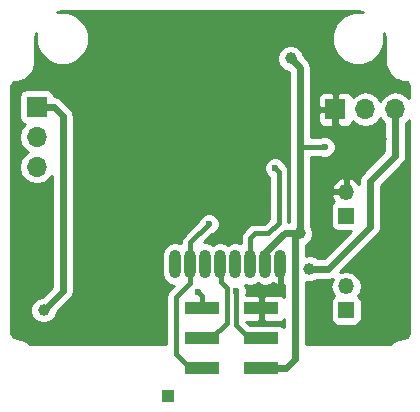
<source format=gbl>
G04 #@! TF.FileFunction,Copper,L2,Bot,Signal*
%FSLAX46Y46*%
G04 Gerber Fmt 4.6, Leading zero omitted, Abs format (unit mm)*
G04 Created by KiCad (PCBNEW 4.0.4-stable) date Friday, October 13, 2017 'PMt' 10:51:30 PM*
%MOMM*%
%LPD*%
G01*
G04 APERTURE LIST*
%ADD10C,0.100000*%
%ADD11R,3.000000X1.000000*%
%ADD12R,1.350000X1.350000*%
%ADD13O,1.350000X1.350000*%
%ADD14R,1.700000X1.700000*%
%ADD15O,1.700000X1.700000*%
%ADD16O,1.000000X2.400000*%
%ADD17R,1.000000X1.000000*%
%ADD18C,0.600000*%
%ADD19C,1.000000*%
%ADD20C,0.600000*%
%ADD21C,0.400000*%
%ADD22C,0.250000*%
G04 APERTURE END LIST*
D10*
D11*
X91820000Y-90940000D03*
X86780000Y-90940000D03*
X91820000Y-88400000D03*
X86780000Y-88400000D03*
X91820000Y-85860000D03*
X86780000Y-85860000D03*
D12*
X99000000Y-86000000D03*
D13*
X99000000Y-84000000D03*
D12*
X99000000Y-78000000D03*
D13*
X99000000Y-76000000D03*
D14*
X98100000Y-69000000D03*
D15*
X100640000Y-69000000D03*
X103180000Y-69000000D03*
D14*
X72800000Y-68800000D03*
D15*
X72800000Y-71340000D03*
X72800000Y-73880000D03*
D16*
X88365000Y-82100000D03*
X89635000Y-82100000D03*
X87095000Y-82100000D03*
X90905000Y-82100000D03*
X92175000Y-82100000D03*
X85825000Y-82100000D03*
X93445000Y-82100000D03*
X84555000Y-82100000D03*
D17*
X83900000Y-93300000D03*
D18*
X97200000Y-72200000D03*
D19*
X94300000Y-64700000D03*
X95100000Y-79500000D03*
X97000000Y-66000000D03*
X96000000Y-63000000D03*
X80000000Y-62000000D03*
X82000000Y-62000000D03*
X80000000Y-65500000D03*
X82000000Y-65500000D03*
X73000000Y-78000000D03*
X79000000Y-78000000D03*
X77000000Y-78000000D03*
X77000000Y-76000000D03*
X79000000Y-76000000D03*
X103000000Y-85000000D03*
X103000000Y-82000000D03*
X103000000Y-79000000D03*
X103000000Y-76000000D03*
X102000000Y-71500000D03*
D18*
X85800000Y-63800000D03*
D19*
X88400000Y-61600000D03*
D18*
X96200000Y-75400000D03*
X80300000Y-74500000D03*
X77700000Y-71900000D03*
D19*
X73400000Y-86000000D03*
D18*
X87400000Y-78700000D03*
X89700000Y-84400000D03*
D19*
X95900000Y-82500000D03*
D18*
X93000000Y-74000000D03*
X86500000Y-84500000D03*
D20*
X95100000Y-79500000D02*
X95100000Y-72200000D01*
X95100000Y-72200000D02*
X95100000Y-65500000D01*
D21*
X97200000Y-72200000D02*
X95100000Y-72200000D01*
D20*
X91820000Y-90940000D02*
X93920000Y-90940000D01*
X93920000Y-90940000D02*
X94700000Y-90160000D01*
X94700000Y-90160000D02*
X94700000Y-79600000D01*
X94700000Y-79600000D02*
X94600000Y-79500000D01*
X95100000Y-79500000D02*
X94600000Y-79500000D01*
X94600000Y-79500000D02*
X93789962Y-79500000D01*
X95100000Y-65500000D02*
X94300000Y-64700000D01*
X93789962Y-79500000D02*
X92175000Y-81114962D01*
X92175000Y-81114962D02*
X92175000Y-82700000D01*
X96000000Y-63000000D02*
X96000000Y-65000000D01*
X96000000Y-65000000D02*
X97000000Y-66000000D01*
X82000000Y-65500000D02*
X82000000Y-62000000D01*
X82000000Y-65500000D02*
X80000000Y-65500000D01*
X77000000Y-78000000D02*
X79000000Y-78000000D01*
X79000000Y-76000000D02*
X77000000Y-76000000D01*
X103000000Y-82000000D02*
X103000000Y-85000000D01*
X103000000Y-76000000D02*
X103000000Y-79000000D01*
X98100000Y-69000000D02*
X98100000Y-70300000D01*
X98100000Y-70300000D02*
X99300000Y-71500000D01*
X99300000Y-71500000D02*
X102000000Y-71500000D01*
X73400000Y-86000000D02*
X75000000Y-84400000D01*
X75000000Y-84400000D02*
X75000000Y-69550000D01*
X75000000Y-69550000D02*
X74250000Y-68800000D01*
X74250000Y-68800000D02*
X72800000Y-68800000D01*
D21*
X86780000Y-90940000D02*
X85780000Y-90940000D01*
X85780000Y-90940000D02*
X84600000Y-89760000D01*
X84600000Y-89760000D02*
X84600000Y-84900000D01*
X84600000Y-84900000D02*
X85825000Y-83675000D01*
X85825000Y-83675000D02*
X85825000Y-82700000D01*
X85825000Y-80275000D02*
X87400000Y-78700000D01*
X85825000Y-80275000D02*
X85825000Y-82700000D01*
X91820000Y-88400000D02*
X90820000Y-88400000D01*
X90820000Y-88400000D02*
X89700000Y-87280000D01*
X89700000Y-87280000D02*
X89700000Y-86460002D01*
X89700000Y-86460002D02*
X89700000Y-84400000D01*
X86780000Y-88400000D02*
X87600000Y-88400000D01*
X87600000Y-88400000D02*
X88900000Y-87100000D01*
X88900000Y-87100000D02*
X88900000Y-84100000D01*
X88900000Y-84100000D02*
X88400000Y-83600000D01*
X88400000Y-83600000D02*
X88400000Y-82735000D01*
X88400000Y-82735000D02*
X88365000Y-82700000D01*
D20*
X100600000Y-69040000D02*
X100640000Y-69000000D01*
X95900000Y-82500000D02*
X97500000Y-82500000D01*
X97500000Y-82500000D02*
X101000000Y-79000000D01*
X101000000Y-79000000D02*
X101000000Y-75100000D01*
X101000000Y-75100000D02*
X103180000Y-72920000D01*
X103180000Y-72920000D02*
X103180000Y-69000000D01*
D21*
X93000000Y-74000000D02*
X93300000Y-74300000D01*
X93300000Y-74300000D02*
X93300000Y-78600000D01*
X93300000Y-78600000D02*
X92400000Y-79500000D01*
X92400000Y-79500000D02*
X91300000Y-79500000D01*
X91300000Y-79500000D02*
X90905000Y-79895000D01*
X90905000Y-79895000D02*
X90905000Y-82700000D01*
X86780000Y-85860000D02*
X86780000Y-84780000D01*
X86780000Y-84780000D02*
X86500000Y-84500000D01*
D22*
G36*
X104325000Y-87933520D02*
X104288044Y-88119312D01*
X104220459Y-88220459D01*
X104119311Y-88288044D01*
X103868315Y-88337970D01*
X103485632Y-88414090D01*
X103485631Y-88414090D01*
X103384844Y-88455837D01*
X103242308Y-88514877D01*
X103242307Y-88514878D01*
X102917883Y-88731651D01*
X102774533Y-88875000D01*
X95625000Y-88875000D01*
X95625000Y-83603942D01*
X95675242Y-83624804D01*
X96122795Y-83625195D01*
X96536429Y-83454285D01*
X96565765Y-83425000D01*
X97500000Y-83425000D01*
X97853983Y-83354589D01*
X97887122Y-83332446D01*
X97773488Y-83502512D01*
X97674531Y-84000000D01*
X97773488Y-84497488D01*
X97978946Y-84804979D01*
X97880668Y-84868219D01*
X97737962Y-85077076D01*
X97687756Y-85325000D01*
X97687756Y-86675000D01*
X97731337Y-86906611D01*
X97868219Y-87119332D01*
X98077076Y-87262038D01*
X98325000Y-87312244D01*
X99675000Y-87312244D01*
X99906611Y-87268663D01*
X100119332Y-87131781D01*
X100262038Y-86922924D01*
X100312244Y-86675000D01*
X100312244Y-85325000D01*
X100268663Y-85093389D01*
X100131781Y-84880668D01*
X100021039Y-84805001D01*
X100226512Y-84497488D01*
X100325469Y-84000000D01*
X100226512Y-83502512D01*
X99944708Y-83080761D01*
X99522957Y-82798957D01*
X99025469Y-82700000D01*
X98974531Y-82700000D01*
X98517173Y-82790975D01*
X101654071Y-79654076D01*
X101654074Y-79654074D01*
X101854589Y-79353982D01*
X101925000Y-79000000D01*
X101925000Y-75483148D01*
X103834071Y-73574076D01*
X103834074Y-73574074D01*
X104034589Y-73273982D01*
X104046067Y-73216280D01*
X104105001Y-72920000D01*
X104105000Y-72919995D01*
X104105000Y-70150713D01*
X104222983Y-70071880D01*
X104325000Y-69919200D01*
X104325000Y-87933520D01*
X104325000Y-87933520D01*
G37*
X104325000Y-87933520D02*
X104288044Y-88119312D01*
X104220459Y-88220459D01*
X104119311Y-88288044D01*
X103868315Y-88337970D01*
X103485632Y-88414090D01*
X103485631Y-88414090D01*
X103384844Y-88455837D01*
X103242308Y-88514877D01*
X103242307Y-88514878D01*
X102917883Y-88731651D01*
X102774533Y-88875000D01*
X95625000Y-88875000D01*
X95625000Y-83603942D01*
X95675242Y-83624804D01*
X96122795Y-83625195D01*
X96536429Y-83454285D01*
X96565765Y-83425000D01*
X97500000Y-83425000D01*
X97853983Y-83354589D01*
X97887122Y-83332446D01*
X97773488Y-83502512D01*
X97674531Y-84000000D01*
X97773488Y-84497488D01*
X97978946Y-84804979D01*
X97880668Y-84868219D01*
X97737962Y-85077076D01*
X97687756Y-85325000D01*
X97687756Y-86675000D01*
X97731337Y-86906611D01*
X97868219Y-87119332D01*
X98077076Y-87262038D01*
X98325000Y-87312244D01*
X99675000Y-87312244D01*
X99906611Y-87268663D01*
X100119332Y-87131781D01*
X100262038Y-86922924D01*
X100312244Y-86675000D01*
X100312244Y-85325000D01*
X100268663Y-85093389D01*
X100131781Y-84880668D01*
X100021039Y-84805001D01*
X100226512Y-84497488D01*
X100325469Y-84000000D01*
X100226512Y-83502512D01*
X99944708Y-83080761D01*
X99522957Y-82798957D01*
X99025469Y-82700000D01*
X98974531Y-82700000D01*
X98517173Y-82790975D01*
X101654071Y-79654076D01*
X101654074Y-79654074D01*
X101854589Y-79353982D01*
X101925000Y-79000000D01*
X101925000Y-75483148D01*
X103834071Y-73574076D01*
X103834074Y-73574074D01*
X104034589Y-73273982D01*
X104046067Y-73216280D01*
X104105001Y-72920000D01*
X104105000Y-72919995D01*
X104105000Y-70150713D01*
X104222983Y-70071880D01*
X104325000Y-69919200D01*
X104325000Y-87933520D01*
G36*
X100438172Y-60775381D02*
X99559362Y-60774615D01*
X98741285Y-61112637D01*
X98114837Y-61737993D01*
X97775387Y-62555479D01*
X97774615Y-63440638D01*
X98112637Y-64258715D01*
X98737993Y-64885163D01*
X99555479Y-65224613D01*
X100440638Y-65225385D01*
X101258715Y-64887363D01*
X101885163Y-64262007D01*
X102224613Y-63444521D01*
X102225380Y-62565655D01*
X102325000Y-63066481D01*
X102325000Y-65000000D01*
X102337970Y-65065205D01*
X102337970Y-65131685D01*
X102414090Y-65514368D01*
X102414090Y-65514369D01*
X102428381Y-65548871D01*
X102514877Y-65757692D01*
X102514878Y-65757693D01*
X102731649Y-66082113D01*
X102731651Y-66082118D01*
X102917883Y-66268349D01*
X103242307Y-66485122D01*
X103242308Y-66485123D01*
X103384844Y-66544163D01*
X103485631Y-66585910D01*
X103485632Y-66585910D01*
X103868315Y-66662030D01*
X104119311Y-66711956D01*
X104220459Y-66779541D01*
X104288044Y-66880688D01*
X104325000Y-67066480D01*
X104325000Y-68080800D01*
X104222983Y-67928120D01*
X103744458Y-67608381D01*
X103180000Y-67496103D01*
X102615542Y-67608381D01*
X102137017Y-67928120D01*
X101910000Y-68267876D01*
X101682983Y-67928120D01*
X101204458Y-67608381D01*
X100640000Y-67496103D01*
X100075542Y-67608381D01*
X99597017Y-67928120D01*
X99558479Y-67985796D01*
X99479850Y-67795966D01*
X99304034Y-67620151D01*
X99074320Y-67525000D01*
X98381250Y-67525000D01*
X98225000Y-67681250D01*
X98225000Y-68875000D01*
X98245000Y-68875000D01*
X98245000Y-69125000D01*
X98225000Y-69125000D01*
X98225000Y-70318750D01*
X98381250Y-70475000D01*
X99074320Y-70475000D01*
X99304034Y-70379849D01*
X99479850Y-70204034D01*
X99558479Y-70014204D01*
X99597017Y-70071880D01*
X100075542Y-70391619D01*
X100640000Y-70503897D01*
X101204458Y-70391619D01*
X101682983Y-70071880D01*
X101910000Y-69732124D01*
X102137017Y-70071880D01*
X102255000Y-70150713D01*
X102255000Y-72536853D01*
X100345926Y-74445926D01*
X100145411Y-74746017D01*
X100110211Y-74922983D01*
X100075000Y-75100000D01*
X100075000Y-75289720D01*
X99782686Y-74962007D01*
X99325885Y-74741498D01*
X99125000Y-74862263D01*
X99125000Y-75875000D01*
X99145000Y-75875000D01*
X99145000Y-76125000D01*
X99125000Y-76125000D01*
X99125000Y-76145000D01*
X98875000Y-76145000D01*
X98875000Y-76125000D01*
X97863101Y-76125000D01*
X97741509Y-76325883D01*
X97879670Y-76659460D01*
X97998339Y-76792500D01*
X97880668Y-76868219D01*
X97737962Y-77077076D01*
X97687756Y-77325000D01*
X97687756Y-78675000D01*
X97731337Y-78906611D01*
X97868219Y-79119332D01*
X98077076Y-79262038D01*
X98325000Y-79312244D01*
X99379609Y-79312244D01*
X97116852Y-81575000D01*
X96566216Y-81575000D01*
X96538093Y-81546828D01*
X96124758Y-81375196D01*
X95677205Y-81374805D01*
X95625000Y-81396376D01*
X95625000Y-80500327D01*
X95736429Y-80454285D01*
X96053172Y-80138093D01*
X96224804Y-79724758D01*
X96225195Y-79277205D01*
X96054285Y-78863571D01*
X96025000Y-78834235D01*
X96025000Y-75674117D01*
X97741509Y-75674117D01*
X97863101Y-75875000D01*
X98875000Y-75875000D01*
X98875000Y-74862263D01*
X98674115Y-74741498D01*
X98217314Y-74962007D01*
X97879670Y-75340540D01*
X97741509Y-75674117D01*
X96025000Y-75674117D01*
X96025000Y-73025000D01*
X96774759Y-73025000D01*
X97015199Y-73124839D01*
X97383187Y-73125160D01*
X97723286Y-72984634D01*
X97983720Y-72724655D01*
X98124839Y-72384801D01*
X98125160Y-72016813D01*
X97984634Y-71676714D01*
X97724655Y-71416280D01*
X97384801Y-71275161D01*
X97016813Y-71274840D01*
X96774407Y-71375000D01*
X96025000Y-71375000D01*
X96025000Y-69281250D01*
X96625000Y-69281250D01*
X96625000Y-69974320D01*
X96720150Y-70204034D01*
X96895966Y-70379849D01*
X97125680Y-70475000D01*
X97818750Y-70475000D01*
X97975000Y-70318750D01*
X97975000Y-69125000D01*
X96781250Y-69125000D01*
X96625000Y-69281250D01*
X96025000Y-69281250D01*
X96025000Y-68025680D01*
X96625000Y-68025680D01*
X96625000Y-68718750D01*
X96781250Y-68875000D01*
X97975000Y-68875000D01*
X97975000Y-67681250D01*
X97818750Y-67525000D01*
X97125680Y-67525000D01*
X96895966Y-67620151D01*
X96720150Y-67795966D01*
X96625000Y-68025680D01*
X96025000Y-68025680D01*
X96025000Y-65500000D01*
X95954589Y-65146018D01*
X95754074Y-64845926D01*
X95425160Y-64517012D01*
X95425195Y-64477205D01*
X95254285Y-64063571D01*
X94938093Y-63746828D01*
X94524758Y-63575196D01*
X94077205Y-63574805D01*
X93663571Y-63745715D01*
X93346828Y-64061907D01*
X93175196Y-64475242D01*
X93174805Y-64922795D01*
X93345715Y-65336429D01*
X93661907Y-65653172D01*
X94075242Y-65824804D01*
X94116692Y-65824840D01*
X94175000Y-65883148D01*
X94175000Y-78575000D01*
X94125000Y-78575000D01*
X94125000Y-74300000D01*
X94062201Y-73984286D01*
X93884425Y-73718226D01*
X93784634Y-73476714D01*
X93524655Y-73216280D01*
X93184801Y-73075161D01*
X92816813Y-73074840D01*
X92476714Y-73215366D01*
X92216280Y-73475345D01*
X92075161Y-73815199D01*
X92074840Y-74183187D01*
X92215366Y-74523286D01*
X92475000Y-74783374D01*
X92475000Y-78258274D01*
X92058274Y-78675000D01*
X91300000Y-78675000D01*
X90984286Y-78737799D01*
X90716637Y-78916637D01*
X90321637Y-79311637D01*
X90142799Y-79579286D01*
X90080000Y-79895000D01*
X90080000Y-80334558D01*
X90065519Y-80324882D01*
X89635000Y-80239246D01*
X89204481Y-80324882D01*
X89000000Y-80461512D01*
X88795519Y-80324882D01*
X88365000Y-80239246D01*
X87934481Y-80324882D01*
X87730000Y-80461512D01*
X87525519Y-80324882D01*
X87095000Y-80239246D01*
X87010714Y-80256012D01*
X87682673Y-79584053D01*
X87923286Y-79484634D01*
X88183720Y-79224655D01*
X88324839Y-78884801D01*
X88325160Y-78516813D01*
X88184634Y-78176714D01*
X87924655Y-77916280D01*
X87584801Y-77775161D01*
X87216813Y-77774840D01*
X86876714Y-77915366D01*
X86616280Y-78175345D01*
X86515697Y-78417577D01*
X85241637Y-79691637D01*
X85062799Y-79959286D01*
X85000000Y-80275000D01*
X85000000Y-80334558D01*
X84985519Y-80324882D01*
X84555000Y-80239246D01*
X84124481Y-80324882D01*
X83759505Y-80568751D01*
X83515636Y-80933727D01*
X83430000Y-81364246D01*
X83430000Y-82835754D01*
X83515636Y-83266273D01*
X83759505Y-83631249D01*
X84124481Y-83875118D01*
X84402796Y-83930478D01*
X84016637Y-84316637D01*
X83837799Y-84584286D01*
X83775000Y-84900000D01*
X83775000Y-88875000D01*
X72225466Y-88875000D01*
X72082118Y-88731651D01*
X72082113Y-88731649D01*
X71757693Y-88514878D01*
X71757692Y-88514877D01*
X71615156Y-88455837D01*
X71514369Y-88414090D01*
X71514368Y-88414090D01*
X71131685Y-88337970D01*
X70880688Y-88288044D01*
X70779541Y-88220459D01*
X70711956Y-88119311D01*
X70675000Y-87933520D01*
X70675000Y-71340000D01*
X71296103Y-71340000D01*
X71408381Y-71904458D01*
X71728120Y-72382983D01*
X72067876Y-72610000D01*
X71728120Y-72837017D01*
X71408381Y-73315542D01*
X71296103Y-73880000D01*
X71408381Y-74444458D01*
X71728120Y-74922983D01*
X72206645Y-75242722D01*
X72771103Y-75355000D01*
X72828897Y-75355000D01*
X73393355Y-75242722D01*
X73871880Y-74922983D01*
X74075000Y-74618991D01*
X74075000Y-84016852D01*
X73217012Y-84874840D01*
X73177205Y-84874805D01*
X72763571Y-85045715D01*
X72446828Y-85361907D01*
X72275196Y-85775242D01*
X72274805Y-86222795D01*
X72445715Y-86636429D01*
X72761907Y-86953172D01*
X73175242Y-87124804D01*
X73622795Y-87125195D01*
X74036429Y-86954285D01*
X74353172Y-86638093D01*
X74524804Y-86224758D01*
X74524840Y-86183308D01*
X75654074Y-85054074D01*
X75854589Y-84753982D01*
X75925001Y-84400000D01*
X75925000Y-84399995D01*
X75925000Y-69550000D01*
X75905919Y-69454074D01*
X75854589Y-69196017D01*
X75654074Y-68895926D01*
X74904074Y-68145926D01*
X74603983Y-67945411D01*
X74274031Y-67879780D01*
X74243663Y-67718389D01*
X74106781Y-67505668D01*
X73897924Y-67362962D01*
X73650000Y-67312756D01*
X71950000Y-67312756D01*
X71718389Y-67356337D01*
X71505668Y-67493219D01*
X71362962Y-67702076D01*
X71312756Y-67950000D01*
X71312756Y-69650000D01*
X71356337Y-69881611D01*
X71493219Y-70094332D01*
X71702076Y-70237038D01*
X71790950Y-70255035D01*
X71728120Y-70297017D01*
X71408381Y-70775542D01*
X71296103Y-71340000D01*
X70675000Y-71340000D01*
X70675000Y-67066480D01*
X70711956Y-66880689D01*
X70779541Y-66779541D01*
X70880688Y-66711956D01*
X71131685Y-66662030D01*
X71514368Y-66585910D01*
X71514369Y-66585910D01*
X71615156Y-66544163D01*
X71757692Y-66485123D01*
X71757693Y-66485122D01*
X72082113Y-66268351D01*
X72082118Y-66268349D01*
X72268349Y-66082117D01*
X72485122Y-65757693D01*
X72485123Y-65757692D01*
X72571619Y-65548871D01*
X72585910Y-65514369D01*
X72585910Y-65514368D01*
X72662030Y-65131685D01*
X72662030Y-65065205D01*
X72675000Y-65000000D01*
X72675000Y-63066481D01*
X72775381Y-62561828D01*
X72774615Y-63440638D01*
X73112637Y-64258715D01*
X73737993Y-64885163D01*
X74555479Y-65224613D01*
X75440638Y-65225385D01*
X76258715Y-64887363D01*
X76885163Y-64262007D01*
X77224613Y-63444521D01*
X77225385Y-62559362D01*
X76887363Y-61741285D01*
X76262007Y-61114837D01*
X75444521Y-60775387D01*
X74565655Y-60774620D01*
X75066481Y-60675000D01*
X99933519Y-60675000D01*
X100438172Y-60775381D01*
X100438172Y-60775381D01*
G37*
X100438172Y-60775381D02*
X99559362Y-60774615D01*
X98741285Y-61112637D01*
X98114837Y-61737993D01*
X97775387Y-62555479D01*
X97774615Y-63440638D01*
X98112637Y-64258715D01*
X98737993Y-64885163D01*
X99555479Y-65224613D01*
X100440638Y-65225385D01*
X101258715Y-64887363D01*
X101885163Y-64262007D01*
X102224613Y-63444521D01*
X102225380Y-62565655D01*
X102325000Y-63066481D01*
X102325000Y-65000000D01*
X102337970Y-65065205D01*
X102337970Y-65131685D01*
X102414090Y-65514368D01*
X102414090Y-65514369D01*
X102428381Y-65548871D01*
X102514877Y-65757692D01*
X102514878Y-65757693D01*
X102731649Y-66082113D01*
X102731651Y-66082118D01*
X102917883Y-66268349D01*
X103242307Y-66485122D01*
X103242308Y-66485123D01*
X103384844Y-66544163D01*
X103485631Y-66585910D01*
X103485632Y-66585910D01*
X103868315Y-66662030D01*
X104119311Y-66711956D01*
X104220459Y-66779541D01*
X104288044Y-66880688D01*
X104325000Y-67066480D01*
X104325000Y-68080800D01*
X104222983Y-67928120D01*
X103744458Y-67608381D01*
X103180000Y-67496103D01*
X102615542Y-67608381D01*
X102137017Y-67928120D01*
X101910000Y-68267876D01*
X101682983Y-67928120D01*
X101204458Y-67608381D01*
X100640000Y-67496103D01*
X100075542Y-67608381D01*
X99597017Y-67928120D01*
X99558479Y-67985796D01*
X99479850Y-67795966D01*
X99304034Y-67620151D01*
X99074320Y-67525000D01*
X98381250Y-67525000D01*
X98225000Y-67681250D01*
X98225000Y-68875000D01*
X98245000Y-68875000D01*
X98245000Y-69125000D01*
X98225000Y-69125000D01*
X98225000Y-70318750D01*
X98381250Y-70475000D01*
X99074320Y-70475000D01*
X99304034Y-70379849D01*
X99479850Y-70204034D01*
X99558479Y-70014204D01*
X99597017Y-70071880D01*
X100075542Y-70391619D01*
X100640000Y-70503897D01*
X101204458Y-70391619D01*
X101682983Y-70071880D01*
X101910000Y-69732124D01*
X102137017Y-70071880D01*
X102255000Y-70150713D01*
X102255000Y-72536853D01*
X100345926Y-74445926D01*
X100145411Y-74746017D01*
X100110211Y-74922983D01*
X100075000Y-75100000D01*
X100075000Y-75289720D01*
X99782686Y-74962007D01*
X99325885Y-74741498D01*
X99125000Y-74862263D01*
X99125000Y-75875000D01*
X99145000Y-75875000D01*
X99145000Y-76125000D01*
X99125000Y-76125000D01*
X99125000Y-76145000D01*
X98875000Y-76145000D01*
X98875000Y-76125000D01*
X97863101Y-76125000D01*
X97741509Y-76325883D01*
X97879670Y-76659460D01*
X97998339Y-76792500D01*
X97880668Y-76868219D01*
X97737962Y-77077076D01*
X97687756Y-77325000D01*
X97687756Y-78675000D01*
X97731337Y-78906611D01*
X97868219Y-79119332D01*
X98077076Y-79262038D01*
X98325000Y-79312244D01*
X99379609Y-79312244D01*
X97116852Y-81575000D01*
X96566216Y-81575000D01*
X96538093Y-81546828D01*
X96124758Y-81375196D01*
X95677205Y-81374805D01*
X95625000Y-81396376D01*
X95625000Y-80500327D01*
X95736429Y-80454285D01*
X96053172Y-80138093D01*
X96224804Y-79724758D01*
X96225195Y-79277205D01*
X96054285Y-78863571D01*
X96025000Y-78834235D01*
X96025000Y-75674117D01*
X97741509Y-75674117D01*
X97863101Y-75875000D01*
X98875000Y-75875000D01*
X98875000Y-74862263D01*
X98674115Y-74741498D01*
X98217314Y-74962007D01*
X97879670Y-75340540D01*
X97741509Y-75674117D01*
X96025000Y-75674117D01*
X96025000Y-73025000D01*
X96774759Y-73025000D01*
X97015199Y-73124839D01*
X97383187Y-73125160D01*
X97723286Y-72984634D01*
X97983720Y-72724655D01*
X98124839Y-72384801D01*
X98125160Y-72016813D01*
X97984634Y-71676714D01*
X97724655Y-71416280D01*
X97384801Y-71275161D01*
X97016813Y-71274840D01*
X96774407Y-71375000D01*
X96025000Y-71375000D01*
X96025000Y-69281250D01*
X96625000Y-69281250D01*
X96625000Y-69974320D01*
X96720150Y-70204034D01*
X96895966Y-70379849D01*
X97125680Y-70475000D01*
X97818750Y-70475000D01*
X97975000Y-70318750D01*
X97975000Y-69125000D01*
X96781250Y-69125000D01*
X96625000Y-69281250D01*
X96025000Y-69281250D01*
X96025000Y-68025680D01*
X96625000Y-68025680D01*
X96625000Y-68718750D01*
X96781250Y-68875000D01*
X97975000Y-68875000D01*
X97975000Y-67681250D01*
X97818750Y-67525000D01*
X97125680Y-67525000D01*
X96895966Y-67620151D01*
X96720150Y-67795966D01*
X96625000Y-68025680D01*
X96025000Y-68025680D01*
X96025000Y-65500000D01*
X95954589Y-65146018D01*
X95754074Y-64845926D01*
X95425160Y-64517012D01*
X95425195Y-64477205D01*
X95254285Y-64063571D01*
X94938093Y-63746828D01*
X94524758Y-63575196D01*
X94077205Y-63574805D01*
X93663571Y-63745715D01*
X93346828Y-64061907D01*
X93175196Y-64475242D01*
X93174805Y-64922795D01*
X93345715Y-65336429D01*
X93661907Y-65653172D01*
X94075242Y-65824804D01*
X94116692Y-65824840D01*
X94175000Y-65883148D01*
X94175000Y-78575000D01*
X94125000Y-78575000D01*
X94125000Y-74300000D01*
X94062201Y-73984286D01*
X93884425Y-73718226D01*
X93784634Y-73476714D01*
X93524655Y-73216280D01*
X93184801Y-73075161D01*
X92816813Y-73074840D01*
X92476714Y-73215366D01*
X92216280Y-73475345D01*
X92075161Y-73815199D01*
X92074840Y-74183187D01*
X92215366Y-74523286D01*
X92475000Y-74783374D01*
X92475000Y-78258274D01*
X92058274Y-78675000D01*
X91300000Y-78675000D01*
X90984286Y-78737799D01*
X90716637Y-78916637D01*
X90321637Y-79311637D01*
X90142799Y-79579286D01*
X90080000Y-79895000D01*
X90080000Y-80334558D01*
X90065519Y-80324882D01*
X89635000Y-80239246D01*
X89204481Y-80324882D01*
X89000000Y-80461512D01*
X88795519Y-80324882D01*
X88365000Y-80239246D01*
X87934481Y-80324882D01*
X87730000Y-80461512D01*
X87525519Y-80324882D01*
X87095000Y-80239246D01*
X87010714Y-80256012D01*
X87682673Y-79584053D01*
X87923286Y-79484634D01*
X88183720Y-79224655D01*
X88324839Y-78884801D01*
X88325160Y-78516813D01*
X88184634Y-78176714D01*
X87924655Y-77916280D01*
X87584801Y-77775161D01*
X87216813Y-77774840D01*
X86876714Y-77915366D01*
X86616280Y-78175345D01*
X86515697Y-78417577D01*
X85241637Y-79691637D01*
X85062799Y-79959286D01*
X85000000Y-80275000D01*
X85000000Y-80334558D01*
X84985519Y-80324882D01*
X84555000Y-80239246D01*
X84124481Y-80324882D01*
X83759505Y-80568751D01*
X83515636Y-80933727D01*
X83430000Y-81364246D01*
X83430000Y-82835754D01*
X83515636Y-83266273D01*
X83759505Y-83631249D01*
X84124481Y-83875118D01*
X84402796Y-83930478D01*
X84016637Y-84316637D01*
X83837799Y-84584286D01*
X83775000Y-84900000D01*
X83775000Y-88875000D01*
X72225466Y-88875000D01*
X72082118Y-88731651D01*
X72082113Y-88731649D01*
X71757693Y-88514878D01*
X71757692Y-88514877D01*
X71615156Y-88455837D01*
X71514369Y-88414090D01*
X71514368Y-88414090D01*
X71131685Y-88337970D01*
X70880688Y-88288044D01*
X70779541Y-88220459D01*
X70711956Y-88119311D01*
X70675000Y-87933520D01*
X70675000Y-71340000D01*
X71296103Y-71340000D01*
X71408381Y-71904458D01*
X71728120Y-72382983D01*
X72067876Y-72610000D01*
X71728120Y-72837017D01*
X71408381Y-73315542D01*
X71296103Y-73880000D01*
X71408381Y-74444458D01*
X71728120Y-74922983D01*
X72206645Y-75242722D01*
X72771103Y-75355000D01*
X72828897Y-75355000D01*
X73393355Y-75242722D01*
X73871880Y-74922983D01*
X74075000Y-74618991D01*
X74075000Y-84016852D01*
X73217012Y-84874840D01*
X73177205Y-84874805D01*
X72763571Y-85045715D01*
X72446828Y-85361907D01*
X72275196Y-85775242D01*
X72274805Y-86222795D01*
X72445715Y-86636429D01*
X72761907Y-86953172D01*
X73175242Y-87124804D01*
X73622795Y-87125195D01*
X74036429Y-86954285D01*
X74353172Y-86638093D01*
X74524804Y-86224758D01*
X74524840Y-86183308D01*
X75654074Y-85054074D01*
X75854589Y-84753982D01*
X75925001Y-84400000D01*
X75925000Y-84399995D01*
X75925000Y-69550000D01*
X75905919Y-69454074D01*
X75854589Y-69196017D01*
X75654074Y-68895926D01*
X74904074Y-68145926D01*
X74603983Y-67945411D01*
X74274031Y-67879780D01*
X74243663Y-67718389D01*
X74106781Y-67505668D01*
X73897924Y-67362962D01*
X73650000Y-67312756D01*
X71950000Y-67312756D01*
X71718389Y-67356337D01*
X71505668Y-67493219D01*
X71362962Y-67702076D01*
X71312756Y-67950000D01*
X71312756Y-69650000D01*
X71356337Y-69881611D01*
X71493219Y-70094332D01*
X71702076Y-70237038D01*
X71790950Y-70255035D01*
X71728120Y-70297017D01*
X71408381Y-70775542D01*
X71296103Y-71340000D01*
X70675000Y-71340000D01*
X70675000Y-67066480D01*
X70711956Y-66880689D01*
X70779541Y-66779541D01*
X70880688Y-66711956D01*
X71131685Y-66662030D01*
X71514368Y-66585910D01*
X71514369Y-66585910D01*
X71615156Y-66544163D01*
X71757692Y-66485123D01*
X71757693Y-66485122D01*
X72082113Y-66268351D01*
X72082118Y-66268349D01*
X72268349Y-66082117D01*
X72485122Y-65757693D01*
X72485123Y-65757692D01*
X72571619Y-65548871D01*
X72585910Y-65514369D01*
X72585910Y-65514368D01*
X72662030Y-65131685D01*
X72662030Y-65065205D01*
X72675000Y-65000000D01*
X72675000Y-63066481D01*
X72775381Y-62561828D01*
X72774615Y-63440638D01*
X73112637Y-64258715D01*
X73737993Y-64885163D01*
X74555479Y-65224613D01*
X75440638Y-65225385D01*
X76258715Y-64887363D01*
X76885163Y-64262007D01*
X77224613Y-63444521D01*
X77225385Y-62559362D01*
X76887363Y-61741285D01*
X76262007Y-61114837D01*
X75444521Y-60775387D01*
X74565655Y-60774620D01*
X75066481Y-60675000D01*
X99933519Y-60675000D01*
X100438172Y-60775381D01*
G36*
X93570000Y-81975000D02*
X93590000Y-81975000D01*
X93590000Y-82225000D01*
X93570000Y-82225000D01*
X93570000Y-83760652D01*
X93743360Y-83884715D01*
X93775000Y-83869169D01*
X93775000Y-84931117D01*
X93674034Y-84830150D01*
X93444320Y-84735000D01*
X92101250Y-84735000D01*
X91945000Y-84891250D01*
X91945000Y-85735000D01*
X91965000Y-85735000D01*
X91965000Y-85985000D01*
X91945000Y-85985000D01*
X91945000Y-86828750D01*
X92101250Y-86985000D01*
X93444320Y-86985000D01*
X93674034Y-86889850D01*
X93775000Y-86788883D01*
X93775000Y-87454451D01*
X93567924Y-87312962D01*
X93320000Y-87262756D01*
X90849482Y-87262756D01*
X90571726Y-86985000D01*
X91538750Y-86985000D01*
X91695000Y-86828750D01*
X91695000Y-85985000D01*
X91675000Y-85985000D01*
X91675000Y-85735000D01*
X91695000Y-85735000D01*
X91695000Y-84891250D01*
X91538750Y-84735000D01*
X90562471Y-84735000D01*
X90624839Y-84584801D01*
X90625160Y-84216813D01*
X90484825Y-83877175D01*
X90905000Y-83960754D01*
X91335519Y-83875118D01*
X91540000Y-83738488D01*
X91744481Y-83875118D01*
X92175000Y-83960754D01*
X92605519Y-83875118D01*
X92826538Y-83727438D01*
X93146640Y-83884715D01*
X93320000Y-83760652D01*
X93320000Y-82225000D01*
X93300000Y-82225000D01*
X93300000Y-81975000D01*
X93320000Y-81975000D01*
X93320000Y-81955000D01*
X93570000Y-81955000D01*
X93570000Y-81975000D01*
X93570000Y-81975000D01*
G37*
X93570000Y-81975000D02*
X93590000Y-81975000D01*
X93590000Y-82225000D01*
X93570000Y-82225000D01*
X93570000Y-83760652D01*
X93743360Y-83884715D01*
X93775000Y-83869169D01*
X93775000Y-84931117D01*
X93674034Y-84830150D01*
X93444320Y-84735000D01*
X92101250Y-84735000D01*
X91945000Y-84891250D01*
X91945000Y-85735000D01*
X91965000Y-85735000D01*
X91965000Y-85985000D01*
X91945000Y-85985000D01*
X91945000Y-86828750D01*
X92101250Y-86985000D01*
X93444320Y-86985000D01*
X93674034Y-86889850D01*
X93775000Y-86788883D01*
X93775000Y-87454451D01*
X93567924Y-87312962D01*
X93320000Y-87262756D01*
X90849482Y-87262756D01*
X90571726Y-86985000D01*
X91538750Y-86985000D01*
X91695000Y-86828750D01*
X91695000Y-85985000D01*
X91675000Y-85985000D01*
X91675000Y-85735000D01*
X91695000Y-85735000D01*
X91695000Y-84891250D01*
X91538750Y-84735000D01*
X90562471Y-84735000D01*
X90624839Y-84584801D01*
X90625160Y-84216813D01*
X90484825Y-83877175D01*
X90905000Y-83960754D01*
X91335519Y-83875118D01*
X91540000Y-83738488D01*
X91744481Y-83875118D01*
X92175000Y-83960754D01*
X92605519Y-83875118D01*
X92826538Y-83727438D01*
X93146640Y-83884715D01*
X93320000Y-83760652D01*
X93320000Y-82225000D01*
X93300000Y-82225000D01*
X93300000Y-81975000D01*
X93320000Y-81975000D01*
X93320000Y-81955000D01*
X93570000Y-81955000D01*
X93570000Y-81975000D01*
M02*

</source>
